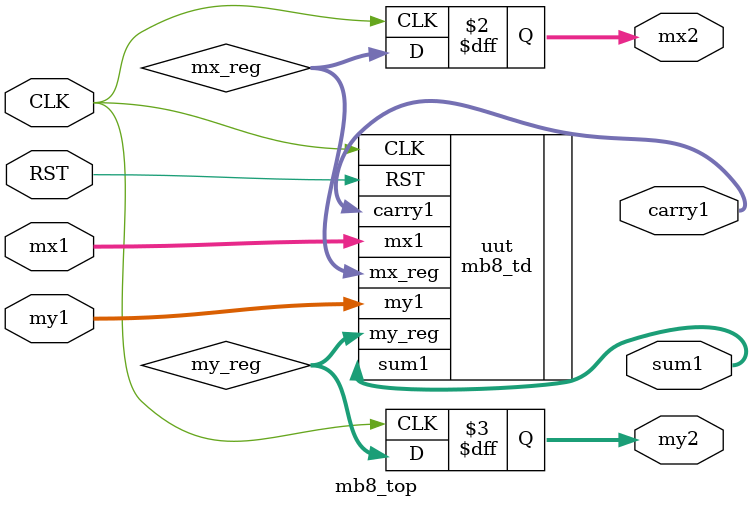
<source format=v>
`timescale 1ns / 1ps
module mb8_top (mx1, my1, CLK, RST, sum1,carry1, mx2, my2);

parameter WIDTH=8;   
input wire [WIDTH-1:0] mx1;
input wire [WIDTH-1:0] my1;
input wire CLK;
input wire RST;
output wire[(2*WIDTH)-1:0] sum1;
output wire[(2*WIDTH)-1:0] carry1;
output reg [WIDTH-1:0] mx2;
output reg [WIDTH-1:0] my2;

wire [WIDTH-1:0] mx_reg;
wire [WIDTH-1:0] my_reg;

always@ (posedge CLK) // or negedge RST)
begin
mx2<=mx_reg;
my2<=my_reg;
end

	 mb8_td uut (
		.mx1(mx1), 
		.my1(my1),
		.CLK(CLK), 
		.RST(RST),     
		.sum1(sum1),
		.carry1(carry1),
		.mx_reg(mx_reg),
		.my_reg(my_reg)
	);


endmodule

</source>
